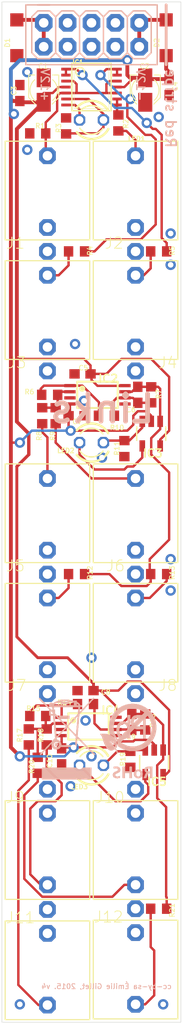
<source format=kicad_pcb>
(kicad_pcb (version 20211014) (generator pcbnew)
  (layers (0 "F.Cu" signal) (31 "B.Cu" signal) (34 "B.Paste" user) (35 "F.Paste" user) (36 "B.SilkS" user "B.Silkscreen") (37 "F.SilkS" user "F.Silkscreen") (38 "B.Mask" user) (39 "F.Mask" user) (44 "Edge.Cuts" user))
  (net 0 "")
  (net 1 "GND")
  (net 2 "VEE")
  (net 3 "VCC")
  (net 4 "N$6")
  (net 5 "N$20")
  (net 6 "N$3")
  (net 7 "N$4")
  (net 8 "N$5")
  (net 9 "N$7")
  (net 10 "N$8")
  (net 11 "N$11")
  (net 12 "N$12")
  (net 13 "N$13")
  (net 14 "N$10")
  (net 15 "N$15")
  (net 16 "N$16")
  (net 17 "N$17")
  (net 18 "N$31")
  (net 19 "N$1")
  (net 20 "N$32")
  (net 21 "N$2")
  (net 22 "N$9")
  (net 23 "N$23")
  (net 24 "N$24")
  (net 25 "N$25")
  (net 26 "N$27")
  (net 27 "N$22")
  (net 28 "N$29")
  (net 29 "N$14")
  (net 30 "N$26")
  (net 31 "N$30")
  (net 32 "N$18")
  (net 33 "N$19")
  (net 34 "N$21")
  (footprint "links_v40:C0603" (layer "F.Cu") (at 153.4324 92.54175 90)
    (fp_text reference "C6")
    (fp_text value "10p")
  )
  (footprint "links_v40:C0603" (layer "F.Cu") (at 156.7661 59.83925 90)
    (fp_text reference "C4")
    (fp_text value "100n")
  )
  (footprint "links_v40:R0603" (layer "F.Cu") (at 154.2261 127.30795 90)
    (fp_text reference "R16")
    (fp_text value "100k")
  )
  (footprint "links_v40:SOT23-5" (layer "F.Cu") (at 155.1786 131.59425 180)
    (fp_text reference "IC5")
    (fp_text value "LM321MF")
  )
  (footprint "links_v40:C0603" (layer "F.Cu") (at 145.3361 130.95925 90)
    (fp_text reference "C10")
    (fp_text value "100n")
  )
  (footprint "links_v40:R0603" (layer "F.Cu") (at 151.3686 63.64925 -90)
    (fp_text reference "R2")
    (fp_text value "51")
  )
  (footprint "links_v40:R0603" (layer "F.Cu") (at 150.0986 94.76425)
    (fp_text reference "R10")
    (fp_text value "100k")
  )
  (footprint "links_v40:R0603" (layer "F.Cu") (at 146.9236 111.59175 180)
    (fp_text reference "R12")
    (fp_text value "51")
  )
  (footprint "links_v40:C0603" (layer "F.Cu") (at 147.8761 123.97425 180)
    (fp_text reference "C8")
    (fp_text value "100n")
  )
  (footprint "links_v40:R0603" (layer "F.Cu") (at 143.7485 128.89545 90)
    (fp_text reference "R18")
    (fp_text value "100k")
  )
  (footprint "links_v40:C0603" (layer "F.Cu") (at 152.7974 127.30795 90)
    (fp_text reference "C9")
    (fp_text value "10p")
  )
  (footprint "links_v40:WQP_PJ_301M6" (layer "F.Cu") (at 143.828 152.94615 180)
    (fp_text reference "J11")
    (fp_text value "PJ301_THONKICONN6" hide)
  )
  (footprint "links_v40:WQP_PJ_301M6" (layer "F.Cu") (at 153.1943 71.58675)
    (fp_text reference "J2")
    (fp_text value "PJ301_THONKICONN6" hide)
  )
  (footprint "links_v40:R0603" (layer "F.Cu") (at 143.2724 94.76425 90)
    (fp_text reference "R8")
    (fp_text value "100k")
  )
  (footprint "links_v40:R0603" (layer "F.Cu") (at 142.7961 126.67305 180)
    (fp_text reference "R15")
    (fp_text value "33k")
  )
  (footprint "links_v40:C0603" (layer "F.Cu") (at 146.9236 94.76425 180)
    (fp_text reference "C7")
    (fp_text value "100n")
  )
  (footprint "links_v40:WQP_PJ_301M6" (layer "F.Cu") (at 153.1943 140.16675 180)
    (fp_text reference "J10")
    (fp_text value "PJ301_THONKICONN6" hide)
  )
  (footprint "links_v40:R0603" (layer "F.Cu") (at 144.0661 92.54175 180)
    (fp_text reference "R6")
    (fp_text value "100k")
  )
  (footprint "links_v40:R0603" (layer "F.Cu") (at 144.7011 94.76425 90)
    (fp_text reference "R9")
    (fp_text value "100k")
  )
  (footprint "links_v40:SOD123" (layer "F.Cu") (at 156.4486 54.60045 -90)
    (fp_text reference "D2")
    (fp_text value "1N5819HW" hide)
  )
  (footprint "links_v40:R0603" (layer "F.Cu") (at 155.6549 77.30175 180)
    (fp_text reference "R5")
    (fp_text value "51")
  )
  (footprint "links_v40:PANASONIC_A" (layer "F.Cu") (at 154.2261 60.15675 -90)
    (fp_text reference "C2")
    (fp_text value "4.7u")
  )
  (footprint "links_v40:LED3MM" (layer "F.Cu") (at 148.5111 97.62175 180)
    (fp_text reference "LED2")
    (fp_text value "WP937EGW")
  )
  (footprint "links_v40:WQP_PJ_301M6" (layer "F.Cu") (at 143.828 84.28675)
    (fp_text reference "J3")
    (fp_text value "PJ301_THONKICONN6" hide)
  )
  (footprint "links_v40:LED3MM" (layer "F.Cu") (at 148.5111 131.91175 180)
    (fp_text reference "LED3")
    (fp_text value "WP937EGW")
  )
  (footprint "links_v40:WQP_PJ_301M6" (layer "F.Cu") (at 143.8279 105.87675)
    (fp_text reference "J5")
    (fp_text value "PJ301_THONKICONN6" hide)
  )
  (footprint "links_v40:R0603" (layer "F.Cu") (at 141.8436 128.89545 90)
    (fp_text reference "R17")
    (fp_text value "100k")
  )
  (footprint "links_v40:WQP_PJ_301M6" (layer "F.Cu") (at 153.1942 118.57675)
    (fp_text reference "J8")
    (fp_text value "PJ301_THONKICONN6" hide)
  )
  (footprint "links_v40:TSSOP8" (layer "F.Cu") (at 148.1936 127.78425 -90)
    (fp_text reference "IC4")
    (fp_text value "TL072PW")
  )
  (footprint "links_v40:R0603" (layer "F.Cu") (at 155.6548 111.59175)
    (fp_text reference "R13")
    (fp_text value "51")
  )
  (footprint "links_v40:TSSOP8" (layer "F.Cu") (at 149.1461 92.54175 -90)
    (fp_text reference "IC2")
    (fp_text value "TL072PW")
  )
  (footprint "links_v40:R0603" (layer "F.Cu") (at 147.8761 125.40295)
    (fp_text reference "R14")
    (fp_text value "100k")
  )
  (footprint "links_v40:WQP_PJ_301M6" (layer "F.Cu") (at 153.1941 105.87675)
    (fp_text reference "J6")
    (fp_text value "PJ301_THONKICONN6" hide)
  )
  (footprint "links_v40:R0603" (layer "F.Cu") (at 142.7961 131.91175 90)
    (fp_text reference "R20")
    (fp_text value "100k")
  )
  (footprint "links_v40:R0603" (layer "F.Cu") (at 145.8124 63.96675 90)
    (fp_text reference "R3")
    (fp_text value "1.0k")
  )
  (footprint "links_v40:C0603" (layer "F.Cu") (at 140.8911 60.47425 90)
    (fp_text reference "C3")
    (fp_text value "100n")
  )
  (footprint "links_v40:WQP_PJ_301M6" (layer "F.Cu") (at 153.1943 84.28675)
    (fp_text reference "J4")
    (fp_text value "PJ301_THONKICONN6" hide)
  )
  (footprint "links_v40:LED3MM" (layer "F.Cu") (at 148.5111 63.33175 180)
    (fp_text reference "LED1")
    (fp_text value "WP937EGW")
  )
  (footprint "links_v40:R0603" (layer "F.Cu") (at 146.9236 77.30175 180)
    (fp_text reference "R4")
    (fp_text value "51")
  )
  (footprint "links_v40:SOT23-5" (layer "F.Cu") (at 154.8611 96.66915 180)
    (fp_text reference "IC3")
    (fp_text value "LM321MF")
  )
  (footprint "links_v40:WQP_PJ_301M6" (layer "F.Cu") (at 143.828 118.57675)
    (fp_text reference "J7")
    (fp_text value "PJ301_THONKICONN6" hide)
  )
  (footprint "links_v40:R0603" (layer "F.Cu") (at 152.6386 131.27675 -90)
    (fp_text reference "R19")
    (fp_text value "1.0k")
  )
  (footprint "links_v40:R0603" (layer "F.Cu") (at 142.7961 64.76055)
    (fp_text reference "R1")
    (fp_text value "10M")
  )
  (footprint "links_v40:WQP_PJ_301M6" (layer "F.Cu") (at 143.8279 140.16675 180)
    (fp_text reference "J9")
    (fp_text value "PJ301_THONKICONN6" hide)
  )
  (footprint "links_v40:R0603" (layer "F.Cu") (at 154.8611 92.54175 90)
    (fp_text reference "R7")
    (fp_text value "100k")
  )
  (footprint "links_v40:R0603" (layer "F.Cu") (at 155.6549 147.15175 180)
    (fp_text reference "R21")
    (fp_text value "51")
  )
  (footprint "links_v40:C0603" (layer "F.Cu") (at 147.5586 90.31925 180)
    (fp_text reference "C5")
    (fp_text value "100n")
  )
  (footprint "links_v40:TSSOP14" (layer "F.Cu") (at 148.5111 59.83925 -90)
    (fp_text reference "IC1")
    (fp_text value "OPA4171")
  )
  (footprint "links_v40:PANASONIC_A" (layer "F.Cu") (at 143.4311 60.15675 -90)
    (fp_text reference "C1")
    (fp_text value "4.7u")
  )
  (footprint "links_v40:WQP_PJ_301M6" (layer "F.Cu") (at 143.828 71.58675)
    (fp_text reference "J1")
    (fp_text value "PJ301_THONKICONN6" hide)
  )
  (footprint "links_v40:WQP_PJ_301M6" (layer "F.Cu") (at 153.1943 152.86675 180)
    (fp_text reference "J12")
    (fp_text value "PJ301_THONKICONN6" hide)
  )
  (footprint "links_v40:SOD123" (layer "F.Cu") (at 140.5736 54.60045 90)
    (fp_text reference "D1")
    (fp_text value "1N5819HW")
  )
  (footprint "links_v40:R0603" (layer "F.Cu") (at 152.0036 98.25665 -90)
    (fp_text reference "R11")
    (fp_text value "1.0k")
  )
  (footprint "links_v40:AVR_ICSP" (layer "B.Cu") (at 148.5111 54.28295 -90)
    (fp_text reference "JP1" hide)
    (fp_text value "M05X2PTH" hide)
  )
  (footprint "links_v40:ROHS" (layer "B.Cu") (at 156.2898 133.97545 180)
    (fp_text reference "U$2" hide)
    (fp_text value "" hide)
  )
  (gr_line (start 141.5261 51.10785) (end 141.5261 57.45785) (layer "B.SilkS") (width 0.1524))
  (gr_line (start 141.5261 51.10785) (end 155.4961 51.10785) (layer "B.SilkS") (width 0.1524))
  (gr_line (start 141.5261 57.45785) (end 155.4961 57.45785) (layer "B.SilkS") (width 0.1524))
  (gr_line (start 155.4961 51.10785) (end 155.4961 57.45785) (layer "B.SilkS") (width 0.1524))
  (gr_line (start 156.4486 57.45785) (end 156.4486 51.10785) (layer "B.SilkS") (width 0.3048))
  (gr_line (start 158.0161 159.21675) (end 158.0161 50.79045) (layer "Edge.Cuts") (width 0.05))
  (gr_line (start 158.0161 50.79045) (end 138.9861 50.79045) (layer "Edge.Cuts") (width 0.05))
  (gr_line (start 138.9861 50.79045) (end 138.9861 159.21675) (layer "Edge.Cuts") (width 0.05))
  (gr_line (start 138.9861 159.21675) (end 158.0161 159.21675) (layer "Edge.Cuts") (width 0.05))
  (gr_text "+12V" (at 144.0661 57.77555 -90) (layer "B.SilkS") (effects (font (size 0.8636 0.8636) (thickness 0.1524)) (justify right top mirror)))
  (gr_text "Red stripe" (at 157.5598 57.77545 -90) (layer "B.SilkS") (effects (font (size 1.0795 1.0795) (thickness 0.1905)) (justify right top mirror)))
  (gr_text "-12V" (at 154.2261 57.77555 -90) (layer "B.SilkS") (effects (font (size 0.8636 0.8636) (thickness 0.1524)) (justify right top mirror)))
  (gr_text "Links" (at 155.4962 95.71685) (layer "B.SilkS") (effects (font (size 2.89 2.89) (thickness 0.51)) (justify left bottom mirror)))
  (gr_text "cc-by-sa Émilie Gillet, 2015. v4" (at 157.0836 155.72425) (layer "B.SilkS") (effects (font (size 0.53975 0.53975) (thickness 0.09525)) (justify left bottom mirror)))
  (via (at 156.925 78.73055) (size 1.108) (drill 0.6) (layers "F.Cu" "B.Cu") (net 1))
  (via (at 140.8911 157.31175) (size 1.108) (drill 0.6) (layers "F.Cu" "B.Cu") (net 1))
  (via (at 156.9249 75.39675) (size 1.108) (drill 0.6) (layers "F.Cu" "B.Cu") (net 1))
  (via (at 149.6224 99.20925) (size 1.108) (drill 0.6) (layers "F.Cu" "B.Cu") (net 1))
  (via (at 146.7649 87.14425) (size 1.108) (drill 0.6) (layers "F.Cu" "B.Cu") (net 1))
  (via (at 148.5111 130.95925) (size 1.108) (drill 0.6) (layers "F.Cu" "B.Cu") (net 1))
  (via (at 146.2886 134.13425) (size 1.108) (drill 0.6) (layers "F.Cu" "B.Cu") (net 1))
  (via (at 148.5111 120.48175) (size 1.108) (drill 0.6) (layers "F.Cu" "B.Cu") (net 1))
  (via (at 147.8761 127.14925) (size 1.108) (drill 0.6) (layers "F.Cu" "B.Cu") (net 1))
  (via (at 141.6849 58.25175) (size 1.108) (drill 0.6) (layers "F.Cu" "B.Cu") (net 1))
  (via (at 147.7174 93.17675) (size 1.108) (drill 0.6) (layers "F.Cu" "B.Cu") (net 1))
  (via (at 156.925 113.33795) (size 1.108) (drill 0.6) (layers "F.Cu" "B.Cu") (net 1))
  (via (at 156.925 110.00425) (size 1.108) (drill 0.6) (layers "F.Cu" "B.Cu") (net 1))
  (via (at 141.6849 66.50675) (size 1.108) (drill 0.6) (layers "F.Cu" "B.Cu") (net 1))
  (via (at 156.1311 157.31175) (size 1.108) (drill 0.6) (layers "F.Cu" "B.Cu") (net 1))
  (via (at 155.6549 63.01425) (size 1.108) (drill 0.6) (layers "F.Cu" "B.Cu") (net 1))
  (segment (start 145.3361 130.10925) (end 145.3361 128.82675) (width 0.254) (layer "F.Cu") (net 2))
  (segment (start 153.4323 94.28805) (end 154.3849 94.28805) (width 0.254) (layer "F.Cu") (net 2))
  (segment (start 154.8611 94.76425) (end 154.8611 95.36315) (width 0.254) (layer "F.Cu") (net 2))
  (segment (start 139.9386 130.00675) (end 139.9386 97.62175) (width 0.4064) (layer "F.Cu") (net 2))
  (segment (start 152.9561 94.76425) (end 153.4323 94.28805) (width 0.254) (layer "F.Cu") (net 2))
  (segment (start 150.7336 130.00675) (end 151.3686 129.37175) (width 0.254) (layer "F.Cu") (net 2))
  (segment (start 152.3211 96.35175) (end 152.9561 95.71675) (width 0.254) (layer "F.Cu") (net 2))
  (segment (start 154.7023 129.21295) (end 155.1786 129.68925) (width 0.254) (layer "F.Cu") (net 2))
  (segment (start 156.7661 58.25175) (end 156.4486 57.93425) (width 0.4064) (layer "F.Cu") (net 2))
  (segment (start 140.8911 130.95925) (end 139.9386 130.00675) (width 0.4064) (layer "F.Cu") (net 2))
  (segment (start 146.6061 130.00675) (end 145.2336 130.00675) (width 0.254) (layer "F.Cu") (net 2))
  (segment (start 152.9861 58.85675) (end 152.0036 59.83925) (width 0.254) (layer "F.Cu") (net 2))
  (segment (start 154.2261 58.85675) (end 154.3586 58.98925) (width 0.4064) (layer "F.Cu") (net 2))
  (segment (start 145.2336 130.00675) (end 145.3361 130.10925) (width 0.254) (layer "F.Cu") (net 2))
  (segment (start 139.9386 63.01425) (end 140.2561 62.69675) (width 0.4064) (layer "F.Cu") (net 2))
  (segment (start 146.2886 96.35175) (end 152.3211 96.35175) (width 0.254) (layer "F.Cu") (net 2))
  (segment (start 154.3849 94.28805) (end 154.8611 94.76425) (width 0.254) (layer "F.Cu") (net 2))
  (segment (start 146.0736 94.76425) (end 146.2211 94.61675) (width 0.254) (layer "F.Cu") (net 2))
  (segment (start 145.3361 128.82675) (end 145.2686 128.75925) (width 0.254) (layer "F.Cu") (net 2))
  (segment (start 145.4386 130.00675) (end 150.7336 130.00675) (width 0.254) (layer "F.Cu") (net 2))
  (segment (start 156.7661 58.98925) (end 156.7661 58.25175) (width 0.4064) (layer "F.Cu") (net 2))
  (segment (start 155.1786 129.68925) (end 155.1786 130.28825) (width 0.254) (layer "F.Cu") (net 2))
  (segment (start 151.3686 129.37175) (end 152.9561 129.37175) (width 0.254) (layer "F.Cu") (net 2))
  (segment (start 156.4486 57.93425) (end 156.4486 56.50045) (width 0.4064) (layer "F.Cu") (net 2))
  (segment (start 153.1149 129.21295) (end 154.7023 129.21295) (width 0.254) (layer "F.Cu") (net 2))
  (segment (start 139.9386 97.62175) (end 139.9386 63.01425) (width 0.4064) (layer "F.Cu") (net 2))
  (segment (start 154.2261 58.85675) (end 152.9861 58.85675) (width 0.254) (layer "F.Cu") (net 2))
  (segment (start 152.9561 95.71675) (end 152.9561 94.76425) (width 0.254) (layer "F.Cu") (net 2))
  (segment (start 146.2886 96.35175) (end 146.0736 96.13675) (width 0.254) (layer "F.Cu") (net 2))
  (segment (start 152.3211 56.98175) (end 152.3211 58.56925) (width 0.4064) (layer "F.Cu") (net 2))
  (segment (start 152.9561 129.37175) (end 153.1149 129.21295) (width 0.254) (layer "F.Cu") (net 2))
  (segment (start 146.0736 94.76425) (end 145.7561 95.08175) (width 0.254) (layer "F.Cu") (net 2))
  (segment (start 152.6086 58.85675) (end 154.2261 58.85675) (width 0.4064) (layer "F.Cu") (net 2))
  (segment (start 154.3586 58.98925) (end 156.7661 58.98925) (width 0.4064) (layer "F.Cu") (net 2))
  (segment (start 146.0736 96.13675) (end 146.0736 94.76425) (width 0.254) (layer "F.Cu") (net 2))
  (segment (start 156.4486 56.50045) (end 155.9673 56.98175) (width 0.4064) (layer "F.Cu") (net 2))
  (segment (start 152.0036 59.83925) (end 151.2289 59.83925) (width 0.254) (layer "F.Cu") (net 2))
  (segment (start 152.3211 58.56925) (end 152.6086 58.85675) (width 0.4064) (layer "F.Cu") (net 2))
  (segment (start 146.2211 94.61675) (end 146.2211 93.51675) (width 0.254) (layer "F.Cu") (net 2))
  (segment (start 145.3361 130.10925) (end 145.4386 130.00675) (width 0.254) (layer "F.Cu") (net 2))
  (segment (start 139.9386 97.62175) (end 140.8911 97.62175) (width 0.254) (layer "F.Cu") (net 2))
  (via (at 146.6061 130.00675) (size 1.108) (drill 0.6) (layers "F.Cu" "B.Cu") (net 2))
  (via (at 152.3211 56.98175) (size 1.108) (drill 0.6) (layers "F.Cu" "B.Cu") (net 2))
  (via (at 140.8911 97.62175) (size 1.108) (drill 0.6) (layers "F.Cu" "B.Cu") (net 2))
  (via (at 140.8911 130.95925) (size 1.108) (drill 0.6) (layers "F.Cu" "B.Cu") (net 2))
  (via (at 146.2886 96.35175) (size 1.108) (drill 0.6) (layers "F.Cu" "B.Cu") (net 2))
  (via (at 140.2561 62.69675) (size 1.108) (drill 0.6) (layers "F.Cu" "B.Cu") (net 2))
  (segment (start 145.6536 130.95925) (end 146.6061 130.00675) (width 0.254) (layer "B.Cu") (net 2))
  (segment (start 139.9386 62.37925) (end 139.9386 57.93425) (width 0.4064) (layer "B.Cu") (net 2))
  (segment (start 140.8911 130.95925) (end 145.6536 130.95925) (width 0.254) (layer "B.Cu") (net 2))
  (segment (start 140.8911 97.62175) (end 142.1611 96.35175) (width 0.254) (layer "B.Cu") (net 2))
  (segment (start 140.2561 62.69675) (end 139.9386 62.37925) (width 0.4064) (layer "B.Cu") (net 2))
  (segment (start 139.9386 57.93425) (end 140.8911 56.98175) (width 0.4064) (layer "B.Cu") (net 2))
  (segment (start 142.1611 96.35175) (end 146.2886 96.35175) (width 0.254) (layer "B.Cu") (net 2))
  (segment (start 140.8911 56.98175) (end 152.3211 56.98175) (width 0.4064) (layer "B.Cu") (net 2))
  (segment (start 140.8911 61.32425) (end 140.1536 61.32425) (width 0.4064) (layer "F.Cu") (net 3))
  (segment (start 148.7261 123.23675) (end 145.9711 120.48175) (width 0.3048) (layer "F.Cu") (net 3))
  (segment (start 140.5736 118.25925) (end 140.5736 100.16175) (width 0.3048) (layer "F.Cu") (net 3))
  (segment (start 149.4636 123.97425) (end 151.1186 125.62925) (width 0.254) (layer "F.Cu") (net 3))
  (segment (start 147.7174 88.73175) (end 148.4086 89.42295) (width 0.254) (layer "F.Cu") (net 3))
  (segment (start 149.4636 123.97425) (end 151.3686 123.97425) (width 0.254) (layer "F.Cu") (net 3))
  (segment (start 153.7499 123.02175) (end 156.7661 126.03795) (width 0.254) (layer "F.Cu") (net 3))
  (segment (start 140.5736 88.73175) (end 140.5736 64.28425) (width 0.4064) (layer "F.Cu") (net 3))
  (segment (start 143.4311 60.47425) (end 144.3836 60.47425) (width 0.254) (layer "F.Cu") (net 3))
  (segment (start 151.1186 125.62925) (end 151.1186 126.80925) (width 0.254) (layer "F.Cu") (net 3))
  (segment (start 141.8436 98.89175) (end 141.8436 96.66925) (width 0.3556) (layer "F.Cu") (net 3))
  (segment (start 148.4086 89.42295) (end 148.4086 90.31925) (width 0.254) (layer "F.Cu") (net 3))
  (segment (start 141.0236 61.45675) (end 140.8911 61.32425) (width 0.4064) (layer "F.Cu") (net 3))
  (segment (start 151.6861 88.73175) (end 154.8611 88.73175) (width 0.254) (layer "F.Cu") (net 3))
  (segment (start 140.5736 100.16175) (end 141.8436 98.89175) (width 0.3302) (layer "F.Cu") (net 3))
  (segment (start 156.7661 126.03795) (end 156.7661 132.54675) (width 0.254) (layer "F.Cu") (net 3))
  (segment (start 155.8136 97.97265) (end 155.8111 97.97515) (width 0.254) (layer "F.Cu") (net 3))
  (segment (start 148.5111 90.95425) (end 149.1461 91.58925) (width 0.254) (layer "F.Cu") (net 3))
  (segment (start 140.5736 95.39925) (end 140.5736 88.73175) (width 0.4064) (layer "F.Cu") (net 3))
  (segment (start 150.0986 90.31925) (end 151.6861 88.73175) (width 0.254) (layer "F.Cu") (net 3))
  (segment (start 148.7261 123.97425) (end 148.6136 123.97425) (width 0.254) (layer "F.Cu") (net 3))
  (segment (start 140.5736 57.29925) (end 140.5736 56.50045) (width 0.4064) (layer "F.Cu") (net 3))
  (segment (start 142.7961 120.48175) (end 140.5736 118.25925) (width 0.3048) (layer "F.Cu") (net 3))
  (segment (start 143.4011 61.45675) (end 143.4311 61.45675) (width 0.4064) (layer "F.Cu") (net 3))
  (segment (start 156.4126 132.90025) (end 156.1286 132.90025) (width 0.254) (layer "F.Cu") (net 3))
  (segment (start 156.7661 96.35175) (end 155.8136 97.30425) (width 0.254) (layer "F.Cu") (net 3))
  (segment (start 148.4086 90.31925) (end 148.5111 90.42175) (width 0.254) (layer "F.Cu") (net 3))
  (segment (start 148.4086 90.31925) (end 150.0986 90.31925) (width 0.254) (layer "F.Cu") (net 3))
  (segment (start 148.7261 123.97425) (end 148.7261 123.23675) (width 0.3048) (layer "F.Cu") (net 3))
  (segment (start 140.5736 64.28425) (end 143.4011 61.45675) (width 0.4064) (layer "F.Cu") (net 3))
  (segment (start 155.8136 97.30425) (end 155.8136 97.97265) (width 0.254) (layer "F.Cu") (net 3))
  (segment (start 145.9711 120.48175) (end 142.7961 120.48175) (width 0.3048) (layer "F.Cu") (net 3))
  (segment (start 148.5111 90.42175) (end 148.5111 90.95425) (width 0.254) (layer "F.Cu") (net 3))
  (segment (start 156.7661 132.54675) (end 156.4126 132.90025) (width 0.254) (layer "F.Cu") (net 3))
  (segment (start 152.0486 91.58925) (end 152.0711 91.56675) (width 0.254) (layer "F.Cu") (net 3))
  (segment (start 151.3686 123.97425) (end 152.3211 123.02175) (width 0.254) (layer "F.Cu") (net 3))
  (segment (start 144.3836 60.47425) (end 145.0186 59.83925) (width 0.254) (layer "F.Cu") (net 3))
  (segment (start 139.9386 57.93425) (end 140.5736 57.29925) (width 0.4064) (layer "F.Cu") (net 3))
  (segment (start 141.8436 96.66925) (end 140.5736 95.39925) (width 0.381) (layer "F.Cu") (net 3))
  (segment (start 149.1461 91.58925) (end 152.0486 91.58925) (width 0.254) (layer "F.Cu") (net 3))
  (segment (start 154.8611 88.73175) (end 156.7661 90.63675) (width 0.254) (layer "F.Cu") (net 3))
  (segment (start 155.8111 97.97515) (end 155.8136 97.97765) (width 0.254) (layer "F.Cu") (net 3))
  (segment (start 143.4311 61.45675) (end 143.4311 60.47425) (width 0.254) (layer "F.Cu") (net 3))
  (segment (start 140.5736 88.73175) (end 147.7174 88.73175) (width 0.254) (layer "F.Cu") (net 3))
  (segment (start 140.1536 61.32425) (end 139.9386 61.10925) (width 0.4064) (layer "F.Cu") (net 3))
  (segment (start 145.0186 59.83925) (end 145.7933 59.83925) (width 0.254) (layer "F.Cu") (net 3))
  (segment (start 156.7661 90.63675) (end 156.7661 96.35175) (width 0.254) (layer "F.Cu") (net 3))
  (segment (start 148.7261 123.97425) (end 149.4636 123.97425) (width 0.254) (layer "F.Cu") (net 3))
  (segment (start 139.9386 61.10925) (end 139.9386 57.93425) (width 0.4064) (layer "F.Cu") (net 3))
  (segment (start 152.3211 123.02175) (end 153.7499 123.02175) (width 0.254) (layer "F.Cu") (net 3))
  (segment (start 143.4311 61.45675) (end 141.0236 61.45675) (width 0.4064) (layer "F.Cu") (net 3))
  (segment (start 143.1186 52.70045) (end 143.4311 53.01295) (width 0.4064) (layer "F.Cu") (net 4))
  (segment (start 143.4311 53.01295) (end 143.4311 55.55295) (width 0.4064) (layer "F.Cu") (net 4))
  (segment (start 140.5736 52.70045) (end 143.1186 52.70045) (width 0.4064) (layer "F.Cu") (net 4))
  (segment (start 153.5911 53.01295) (end 153.9036 52.70045) (width 0.4064) (layer "F.Cu") (net 5))
  (segment (start 153.5911 55.55295) (end 153.5911 53.01295) (width 0.4064) (layer "F.Cu") (net 5))
  (segment (start 153.9036 52.70045) (end 156.4486 52.70045) (width 0.4064) (layer "F.Cu") (net 5))
  (segment (start 145.7933 57.93425) (end 145.7933 58.56925) (width 0.254) (layer "F.Cu") (net 6))
  (segment (start 156.5049 77.30175) (end 156.5049 76.40555) (width 0.254) (layer "F.Cu") (net 6))
  (segment (start 155.9724 75.87295) (end 155.9724 64.91925) (width 0.254) (layer "F.Cu") (net 6))
  (segment (start 155.3373 64.28425) (end 155.0199 64.28425) (width 0.254) (layer "F.Cu") (net 6))
  (segment (start 155.9724 64.91925) (end 155.3373 64.28425) (width 0.254) (layer "F.Cu") (net 6))
  (segment (start 155.0199 64.28425) (end 154.3848 63.64925) (width 0.254) (layer "F.Cu") (net 6))
  (segment (start 156.5049 76.40555) (end 155.9724 75.87295) (width 0.254) (layer "F.Cu") (net 6))
  (segment (start 146.9236 57.93425) (end 145.7933 57.93425) (width 0.254) (layer "F.Cu") (net 6))
  (segment (start 147.5586 58.56925) (end 146.9236 57.93425) (width 0.254) (layer "F.Cu") (net 6))
  (via (at 147.5586 58.56925) (size 1.108) (drill 0.6) (layers "F.Cu" "B.Cu") (net 6))
  (via (at 154.3848 63.64925) (size 1.108) (drill 0.6) (layers "F.Cu" "B.Cu") (net 6))
  (segment (start 154.3848 63.64925) (end 152.7973 62.06175) (width 0.254) (layer "B.Cu") (net 6))
  (segment (start 152.7973 62.06175) (end 151.0511 62.06175) (width 0.254) (layer "B.Cu") (net 6))
  (segment (start 151.0511 62.06175) (end 147.5586 58.56925) (width 0.254) (layer "B.Cu") (net 6))
  (segment (start 151.2289 61.74425) (end 151.2289 61.10925) (width 0.254) (layer "F.Cu") (net 7))
  (segment (start 151.3686 62.79925) (end 151.2289 62.65955) (width 0.254) (layer "F.Cu") (net 7))
  (segment (start 151.2289 62.65955) (end 151.2289 61.74425) (width 0.254) (layer "F.Cu") (net 7))
  (segment (start 147.7736 77.30175) (end 148.8286 77.30175) (width 0.254) (layer "F.Cu") (net 8))
  (segment (start 150.0986 76.03175) (end 153.7498 76.03175) (width 0.254) (layer "F.Cu") (net 8))
  (segment (start 155.3374 74.44425) (end 155.3374 65.39555) (width 0.254) (layer "F.Cu") (net 8))
  (segment (start 154.2262 64.91925) (end 152.3211 63.01425) (width 0.254) (layer "F.Cu") (net 8))
  (segment (start 152.3211 61.42675) (end 152.6386 61.10925) (width 0.254) (layer "F.Cu") (net 8))
  (segment (start 153.7498 76.03175) (end 155.3374 74.44425) (width 0.254) (layer "F.Cu") (net 8))
  (segment (start 151.2289 57.93425) (end 151.2289 58.56925) (width 0.254) (layer "F.Cu") (net 8))
  (segment (start 150.0986 57.93425) (end 151.2289 57.93425) (width 0.254) (layer "F.Cu") (net 8))
  (segment (start 154.8611 64.91925) (end 154.2262 64.91925) (width 0.254) (layer "F.Cu") (net 8))
  (segment (start 149.4636 58.56925) (end 150.0986 57.93425) (width 0.254) (layer "F.Cu") (net 8))
  (segment (start 155.3374 65.39555) (end 154.8611 64.91925) (width 0.254) (layer "F.Cu") (net 8))
  (segment (start 152.3211 63.01425) (end 152.3211 61.42675) (width 0.254) (layer "F.Cu") (net 8))
  (segment (start 148.8286 77.30175) (end 150.0986 76.03175) (width 0.254) (layer "F.Cu") (net 8))
  (via (at 149.4636 58.56925) (size 1.108) (drill 0.6) (layers "F.Cu" "B.Cu") (net 8))
  (via (at 152.6386 61.10925) (size 1.108) (drill 0.6) (layers "F.Cu" "B.Cu") (net 8))
  (segment (start 152.6386 61.10925) (end 152.0036 61.10925) (width 0.254) (layer "B.Cu") (net 8))
  (segment (start 152.0036 61.10925) (end 149.4636 58.56925) (width 0.254) (layer "B.Cu") (net 8))
  (segment (start 145.7933 60.47425) (end 146.9236 60.47425) (width 0.254) (layer "F.Cu") (net 9))
  (segment (start 143.6461 63.59305) (end 144.8599 62.37925) (width 0.254) (layer "F.Cu") (net 9))
  (segment (start 146.9236 60.47425) (end 150.0986 60.47425) (width 0.254) (layer "F.Cu") (net 9))
  (segment (start 150.0986 60.47425) (end 150.0986 59.52175) (width 0.254) (layer "F.Cu") (net 9))
  (segment (start 146.6061 59.20425) (end 145.7933 59.20425) (width 0.254) (layer "F.Cu") (net 9))
  (segment (start 143.6461 66.95995) (end 143.6461 64.76055) (width 0.254) (layer "F.Cu") (net 9))
  (segment (start 144.8599 60.79175) (end 145.1774 60.47425) (width 0.254) (layer "F.Cu") (net 9))
  (segment (start 143.828 67.14175) (end 143.6461 66.95995) (width 0.254) (layer "F.Cu") (net 9))
  (segment (start 150.4161 59.20425) (end 151.2289 59.20425) (width 0.254) (layer "F.Cu") (net 9))
  (segment (start 143.6461 64.76055) (end 143.6461 63.59305) (width 0.254) (layer "F.Cu") (net 9))
  (segment (start 144.8599 62.37925) (end 144.8599 60.79175) (width 0.254) (layer "F.Cu") (net 9))
  (segment (start 150.0986 59.52175) (end 150.4161 59.20425) (width 0.254) (layer "F.Cu") (net 9))
  (segment (start 146.9236 60.47425) (end 146.9236 59.52175) (width 0.254) (layer "F.Cu") (net 9))
  (segment (start 150.0986 60.47425) (end 151.2289 60.47425) (width 0.254) (layer "F.Cu") (net 9))
  (segment (start 145.1774 60.47425) (end 145.7933 60.47425) (width 0.254) (layer "F.Cu") (net 9))
  (segment (start 146.9236 59.52175) (end 146.6061 59.20425) (width 0.254) (layer "F.Cu") (net 9))
  (segment (start 145.7933 61.74425) (end 146.7649 61.74425) (width 0.254) (layer "F.Cu") (net 10))
  (segment (start 147.2411 62.22045) (end 147.2411 63.33175) (width 0.254) (layer "F.Cu") (net 10))
  (segment (start 146.7649 61.74425) (end 147.2411 62.22045) (width 0.254) (layer "F.Cu") (net 10))
  (segment (start 153.1943 79.84175) (end 154.0674 79.84175) (width 0.254) (layer "F.Cu") (net 11))
  (segment (start 154.8049 79.10425) (end 154.8049 77.30175) (width 0.254) (layer "F.Cu") (net 11))
  (segment (start 154.0674 79.84175) (end 154.8049 79.10425) (width 0.254) (layer "F.Cu") (net 11))
  (segment (start 153.1943 65.47495) (end 152.2186 64.49925) (width 0.254) (layer "F.Cu") (net 12))
  (segment (start 152.2186 64.49925) (end 151.3686 64.49925) (width 0.254) (layer "F.Cu") (net 12))
  (segment (start 153.1943 67.14175) (end 153.1943 65.47495) (width 0.254) (layer "F.Cu") (net 12))
  (segment (start 145.0186 79.84175) (end 146.0736 78.78675) (width 0.254) (layer "F.Cu") (net 13))
  (segment (start 146.0736 78.78675) (end 146.0736 77.30175) (width 0.254) (layer "F.Cu") (net 13))
  (segment (start 143.828 79.84175) (end 145.0186 79.84175) (width 0.254) (layer "F.Cu") (net 13))
  (segment (start 144.7011 97.62175) (end 144.7011 95.61425) (width 0.254) (layer "F.Cu") (net 14))
  (segment (start 148.5111 101.43175) (end 144.7011 97.62175) (width 0.254) (layer "F.Cu") (net 14))
  (segment (start 148.5111 101.43175) (end 153.1941 101.43175) (width 0.254) (layer "F.Cu") (net 14))
  (segment (start 143.8279 97.06605) (end 143.2724 96.51055) (width 0.254) (layer "F.Cu") (net 15))
  (segment (start 143.8279 101.43175) (end 143.8279 97.06605) (width 0.254) (layer "F.Cu") (net 15))
  (segment (start 143.2724 96.51055) (end 143.2724 95.61425) (width 0.254) (layer "F.Cu") (net 15))
  (segment (start 145.0186 114.13175) (end 146.0736 113.07675) (width 0.254) (layer "F.Cu") (net 16))
  (segment (start 146.0736 113.07675) (end 146.0736 111.59175) (width 0.254) (layer "F.Cu") (net 16))
  (segment (start 143.828 114.13175) (end 145.0186 114.13175) (width 0.254) (layer "F.Cu") (net 16))
  (segment (start 156.5048 112.32925) (end 156.5048 111.59175) (width 0.254) (layer "F.Cu") (net 17))
  (segment (start 153.1942 114.13175) (end 154.7023 114.13175) (width 0.254) (layer "F.Cu") (net 17))
  (segment (start 154.7023 114.13175) (end 156.5048 112.32925) (width 0.254) (layer "F.Cu") (net 17))
  (segment (start 144.7011 93.91425) (end 144.9161 93.69925) (width 0.254) (layer "F.Cu") (net 18))
  (segment (start 144.9161 93.69925) (end 144.9161 92.54175) (width 0.254) (layer "F.Cu") (net 18))
  (segment (start 145.2411 92.21675) (end 146.2211 92.21675) (width 0.254) (layer "F.Cu") (net 18))
  (segment (start 143.2724 93.91425) (end 144.7011 93.91425) (width 0.254) (layer "F.Cu") (net 18))
  (segment (start 144.9161 92.54175) (end 145.2411 92.21675) (width 0.254) (layer "F.Cu") (net 18))
  (segment (start 144.9161 92.54175) (end 144.9236 92.53425) (width 0.254) (layer "F.Cu") (net 18))
  (segment (start 149.3049 94.70795) (end 149.2486 94.76425) (width 0.254) (layer "F.Cu") (net 19))
  (segment (start 143.4536 91.56675) (end 146.2211 91.56675) (width 0.254) (layer "F.Cu") (net 19))
  (segment (start 143.1136 91.90675) (end 143.4536 91.56675) (width 0.254) (layer "F.Cu") (net 19))
  (segment (start 147.5362 91.56675) (end 149.3049 93.33545) (width 0.254) (layer "F.Cu") (net 19))
  (segment (start 149.3049 93.33545) (end 149.3049 94.70795) (width 0.254) (layer "F.Cu") (net 19))
  (segment (start 146.9236 91.56675) (end 147.5362 91.56675) (width 0.254) (layer "F.Cu") (net 19))
  (segment (start 143.1136 92.00925) (end 143.1136 91.90675) (width 0.254) (layer "F.Cu") (net 19))
  (segment (start 143.4311 92.32675) (end 143.1136 92.00925) (width 0.254) (layer "F.Cu") (net 19))
  (segment (start 143.2161 92.54175) (end 143.4311 92.32675) (width 0.254) (layer "F.Cu") (net 19))
  (segment (start 146.2211 91.56675) (end 146.9236 91.56675) (width 0.254) (layer "F.Cu") (net 19))
  (segment (start 151.2024 92.86675) (end 152.0711 92.86675) (width 0.254) (layer "F.Cu") (net 20))
  (segment (start 152.0711 92.86675) (end 152.9074 92.86675) (width 0.254) (layer "F.Cu") (net 20))
  (segment (start 150.9486 94.76425) (end 150.8924 94.70805) (width 0.254) (layer "F.Cu") (net 20))
  (segment (start 150.8924 94.70805) (end 150.8924 93.17675) (width 0.254) (layer "F.Cu") (net 20))
  (segment (start 152.9074 92.86675) (end 153.4324 93.39175) (width 0.254) (layer "F.Cu") (net 20))
  (segment (start 153.4324 93.39175) (end 154.8611 93.39175) (width 0.254) (layer "F.Cu") (net 20))
  (segment (start 150.8924 93.17675) (end 151.2024 92.86675) (width 0.254) (layer "F.Cu") (net 20))
  (segment (start 140.7324 134.61045) (end 141.8436 133.49925) (width 0.254) (layer "F.Cu") (net 21))
  (segment (start 142.8755 157.39115) (end 140.7324 155.24805) (width 0.254) (layer "F.Cu") (net 21))
  (segment (start 140.7324 155.24805) (end 140.7324 134.61045) (width 0.254) (layer "F.Cu") (net 21))
  (segment (start 143.828 157.39115) (end 142.8755 157.39115) (width 0.254) (layer "F.Cu") (net 21))
  (segment (start 141.8436 133.49925) (end 141.8436 129.74545) (width 0.254) (layer "F.Cu") (net 21))
  (segment (start 141.3674 143.97675) (end 141.3674 135.08675) (width 0.254) (layer "F.Cu") (net 22))
  (segment (start 141.3674 135.08675) (end 142.7961 133.65805) (width 0.254) (layer "F.Cu") (net 22))
  (segment (start 143.2723 145.88175) (end 150.7336 145.88175) (width 0.254) (layer "F.Cu") (net 22))
  (segment (start 142.7961 133.65805) (end 142.7961 132.76175) (width 0.254) (layer "F.Cu") (net 22))
  (segment (start 150.7336 145.88175) (end 152.0036 144.61175) (width 0.254) (layer "F.Cu") (net 22))
  (segment (start 152.0036 144.61175) (end 153.1943 144.61175) (width 0.254) (layer "F.Cu") (net 22))
  (segment (start 143.2723 145.88175) (end 141.3674 143.97675) (width 0.254) (layer "F.Cu") (net 22))
  (segment (start 155.1786 151.59675) (end 154.8049 151.22305) (width 0.254) (layer "F.Cu") (net 23))
  (segment (start 155.1786 156.35925) (end 155.1786 151.59675) (width 0.254) (layer "F.Cu") (net 23))
  (segment (start 154.2261 157.31175) (end 155.1786 156.35925) (width 0.254) (layer "F.Cu") (net 23))
  (segment (start 153.1943 157.31175) (end 154.2261 157.31175) (width 0.254) (layer "F.Cu") (net 23))
  (segment (start 154.8049 151.22305) (end 154.8049 147.15175) (width 0.254) (layer "F.Cu") (net 23))
  (segment (start 142.7961 128.04555) (end 142.796 128.04545) (width 0.254) (layer "F.Cu") (net 24))
  (segment (start 142.796 128.04545) (end 141.8436 128.04545) (width 0.254) (layer "F.Cu") (net 24))
  (segment (start 143.7485 128.04545) (end 143.8049 128.04545) (width 0.254) (layer "F.Cu") (net 24))
  (segment (start 143.8049 128.04545) (end 144.3836 127.46675) (width 0.254) (layer "F.Cu") (net 24))
  (segment (start 142.7961 131.06175) (end 142.7961 128.04555) (width 0.254) (layer "F.Cu") (net 24))
  (segment (start 145.2611 127.46675) (end 145.2686 127.45925) (width 0.254) (layer "F.Cu") (net 24))
  (segment (start 143.7485 128.04545) (end 144.0172 127.77675) (width 0.254) (layer "F.Cu") (net 24))
  (segment (start 143.6461 127.94305) (end 143.6461 126.67305) (width 0.254) (layer "F.Cu") (net 24))
  (segment (start 144.3836 127.46675) (end 145.2611 127.46675) (width 0.254) (layer "F.Cu") (net 24))
  (segment (start 142.796 128.04545) (end 143.7485 128.04545) (width 0.254) (layer "F.Cu") (net 24))
  (segment (start 143.7485 128.04545) (end 143.6461 127.94305) (width 0.254) (layer "F.Cu") (net 24))
  (segment (start 142.0024 126.19675) (end 142.6374 125.56175) (width 0.254) (layer "F.Cu") (net 25))
  (segment (start 141.9461 126.67305) (end 142.0024 126.61675) (width 0.254) (layer "F.Cu") (net 25))
  (segment (start 145.3361 125.56175) (end 145.9711 125.56175) (width 0.254) (layer "F.Cu") (net 25))
  (segment (start 145.3361 125.56175) (end 145.3361 126.74175) (width 0.254) (layer "F.Cu") (net 25))
  (segment (start 142.0024 126.61675) (end 142.0024 126.19675) (width 0.254) (layer "F.Cu") (net 25))
  (segment (start 146.1299 125.40295) (end 147.0261 125.40295) (width 0.254) (layer "F.Cu") (net 25))
  (segment (start 145.3361 126.74175) (end 145.2686 126.80925) (width 0.254) (layer "F.Cu") (net 25))
  (segment (start 142.6374 125.56175) (end 145.3361 125.56175) (width 0.254) (layer "F.Cu") (net 25))
  (segment (start 145.9711 125.56175) (end 146.1299 125.40295) (width 0.254) (layer "F.Cu") (net 25))
  (segment (start 148.8286 127.46675) (end 149.4711 128.10925) (width 0.254) (layer "F.Cu") (net 26))
  (segment (start 148.8286 125.50545) (end 148.7261 125.40295) (width 0.254) (layer "F.Cu") (net 26))
  (segment (start 152.7487 128.10925) (end 152.7974 128.15795) (width 0.254) (layer "F.Cu") (net 26))
  (segment (start 151.1186 128.10925) (end 152.7487 128.10925) (width 0.254) (layer "F.Cu") (net 26))
  (segment (start 149.4711 128.10925) (end 151.1186 128.10925) (width 0.254) (layer "F.Cu") (net 26))
  (segment (start 152.7974 128.15795) (end 154.2261 128.15795) (width 0.254) (layer "F.Cu") (net 26))
  (segment (start 148.8286 127.46675) (end 148.8286 125.50545) (width 0.254) (layer "F.Cu") (net 26))
  (segment (start 143.7485 132.22915) (end 143.7485 129.74545) (width 0.254) (layer "F.Cu") (net 27))
  (segment (start 142.7961 135.72175) (end 144.7011 135.72175) (width 0.254) (layer "F.Cu") (net 27))
  (segment (start 144.7011 135.72175) (end 145.3361 135.08675) (width 0.254) (layer "F.Cu") (net 27))
  (segment (start 145.3361 135.08675) (end 145.3361 133.81675) (width 0.254) (layer "F.Cu") (net 27))
  (segment (start 142.0024 136.51545) (end 142.7961 135.72175) (width 0.254) (layer "F.Cu") (net 27))
  (segment (start 143.8279 144.61175) (end 143.1136 144.61175) (width 0.254) (layer "F.Cu") (net 27))
  (segment (start 145.3361 133.81675) (end 143.7485 132.22915) (width 0.254) (layer "F.Cu") (net 27))
  (segment (start 143.1136 144.61175) (end 142.0024 143.50055) (width 0.254) (layer "F.Cu") (net 27))
  (segment (start 142.0024 143.50055) (end 142.0024 136.51545) (width 0.254) (layer "F.Cu") (net 27))
  (segment (start 149.9962 97.40665) (end 152.0036 97.40665) (width 0.254) (layer "F.Cu") (net 28))
  (segment (start 152.0036 97.40665) (end 152.5362 97.40665) (width 0.254) (layer "F.Cu") (net 28))
  (segment (start 149.7811 97.62175) (end 149.9962 97.40665) (width 0.254) (layer "F.Cu") (net 28))
  (segment (start 152.5362 97.40665) (end 153.9111 96.03175) (width 0.254) (layer "F.Cu") (net 28))
  (segment (start 153.9111 96.03175) (end 153.9111 95.36315) (width 0.254) (layer "F.Cu") (net 28))
  (segment (start 152.9561 100.16175) (end 153.9111 99.20675) (width 0.254) (layer "F.Cu") (net 29))
  (segment (start 147.2411 98.89175) (end 147.2411 97.62175) (width 0.254) (layer "F.Cu") (net 29))
  (segment (start 148.8286 100.47925) (end 152.0036 100.47925) (width 0.254) (layer "F.Cu") (net 29))
  (segment (start 152.3211 100.16175) (end 152.9561 100.16175) (width 0.254) (layer "F.Cu") (net 29))
  (segment (start 152.0036 100.47925) (end 152.3211 100.16175) (width 0.254) (layer "F.Cu") (net 29))
  (segment (start 148.8286 100.47925) (end 147.2411 98.89175) (width 0.254) (layer "F.Cu") (net 29))
  (segment (start 153.9111 99.20675) (end 153.9111 97.97515) (width 0.254) (layer "F.Cu") (net 29))
  (segment (start 154.7023 110.00425) (end 156.7661 107.94045) (width 0.254) (layer "F.Cu") (net 30))
  (segment (start 154.8048 111.59175) (end 154.7023 111.48925) (width 0.254) (layer "F.Cu") (net 30))
  (segment (start 156.7661 100.79675) (end 154.8611 98.89175) (width 0.254) (layer "F.Cu") (net 30))
  (segment (start 147.7736 111.59175) (end 150.4161 111.59175) (width 0.254) (layer "F.Cu") (net 30))
  (segment (start 154.8611 97.14545) (end 155.8136 96.19295) (width 0.254) (layer "F.Cu") (net 30))
  (segment (start 155.8472 95.39925) (end 155.8111 95.36315) (width 0.254) (layer "F.Cu") (net 30))
  (segment (start 154.8611 91.69175) (end 153.4324 91.69175) (width 0.254) (layer "F.Cu") (net 30))
  (segment (start 154.8611 98.89175) (end 154.8611 97.14545) (width 0.254) (layer "F.Cu") (net 30))
  (segment (start 153.3299 91.69175) (end 152.7974 92.22425) (width 0.254) (layer "F.Cu") (net 30))
  (segment (start 155.8136 96.19295) (end 155.8136 95.43285) (width 0.254) (layer "F.Cu") (net 30))
  (segment (start 156.7661 107.94045) (end 156.7661 100.79675) (width 0.254) (layer "F.Cu") (net 30))
  (segment (start 154.7023 111.48925) (end 154.7023 110.00425) (width 0.254) (layer "F.Cu") (net 30))
  (segment (start 152.7974 92.22425) (end 152.7974 92.21675) (width 0.254) (layer "F.Cu") (net 30))
  (segment (start 153.4324 91.69175) (end 153.3299 91.69175) (width 0.254) (layer "F.Cu") (net 30))
  (segment (start 155.5986 91.69175) (end 154.8611 91.69175) (width 0.254) (layer "F.Cu") (net 30))
  (segment (start 152.7974 92.21675) (end 152.0711 92.21675) (width 0.254) (layer "F.Cu") (net 30))
  (segment (start 154.3849 112.86175) (end 154.8048 112.44175) (width 0.254) (layer "F.Cu") (net 30))
  (segment (start 150.4161 111.59175) (end 151.6861 112.86175) (width 0.254) (layer "F.Cu") (net 30))
  (segment (start 155.8136 95.43285) (end 155.8472 95.39925) (width 0.254) (layer "F.Cu") (net 30))
  (segment (start 151.6861 112.86175) (end 154.3849 112.86175) (width 0.254) (layer "F.Cu") (net 30))
  (segment (start 154.8048 112.44175) (end 154.8048 111.59175) (width 0.254) (layer "F.Cu") (net 30))
  (segment (start 155.8111 95.36315) (end 155.8111 91.90425) (width 0.254) (layer "F.Cu") (net 30))
  (segment (start 155.8111 91.90425) (end 155.5986 91.69175) (width 0.254) (layer "F.Cu") (net 30))
  (segment (start 151.0511 135.72175) (end 153.7499 135.72175) (width 0.254) (layer "F.Cu") (net 31))
  (segment (start 153.7499 135.72175) (end 154.5436 134.92795) (width 0.254) (layer "F.Cu") (net 31))
  (segment (start 154.2286 133.66045) (end 154.2286 132.90025) (width 0.254) (layer "F.Cu") (net 31))
  (segment (start 147.2411 131.91175) (end 151.0511 135.72175) (width 0.254) (layer "F.Cu") (net 31))
  (segment (start 154.5436 133.97555) (end 154.2286 133.66045) (width 0.254) (layer "F.Cu") (net 31))
  (segment (start 154.2286 132.90025) (end 154.1926 132.86425) (width 0.254) (layer "F.Cu") (net 31))
  (segment (start 154.5436 134.92795) (end 154.5436 133.97555) (width 0.254) (layer "F.Cu") (net 31))
  (segment (start 154.9636 126.45795) (end 154.2261 126.45795) (width 0.254) (layer "F.Cu") (net 32))
  (segment (start 152.7974 126.45795) (end 151.7961 127.45925) (width 0.254) (layer "F.Cu") (net 32))
  (segment (start 155.4961 131.91175) (end 156.1286 131.27925) (width 0.254) (layer "F.Cu") (net 32))
  (segment (start 156.5049 147.15175) (end 156.5049 145.93805) (width 0.254) (layer "F.Cu") (net 32))
  (segment (start 156.1286 130.28825) (end 156.1286 127.62295) (width 0.254) (layer "F.Cu") (net 32))
  (segment (start 156.1286 127.62295) (end 154.9636 126.45795) (width 0.254) (layer "F.Cu") (net 32))
  (segment (start 151.7961 127.45925) (end 151.1186 127.45925) (width 0.254) (layer "F.Cu") (net 32))
  (segment (start 154.2261 126.45795) (end 152.7974 126.45795) (width 0.254) (layer "F.Cu") (net 32))
  (segment (start 155.4961 135.40425) (end 155.4961 131.91175) (width 0.254) (layer "F.Cu") (net 32))
  (segment (start 156.4486 145.88175) (end 156.4486 136.35675) (width 0.254) (layer "F.Cu") (net 32))
  (segment (start 156.1286 131.27925) (end 156.1286 130.28825) (width 0.254) (layer "F.Cu") (net 32))
  (segment (start 156.5049 145.93805) (end 156.4486 145.88175) (width 0.254) (layer "F.Cu") (net 32))
  (segment (start 156.4486 136.35675) (end 155.4961 135.40425) (width 0.254) (layer "F.Cu") (net 32))
  (segment (start 152.6386 130.42675) (end 152.7771 130.28825) (width 0.254) (layer "F.Cu") (net 33))
  (segment (start 151.2661 130.42675) (end 152.6386 130.42675) (width 0.254) (layer "F.Cu") (net 33))
  (segment (start 152.7771 130.28825) (end 154.2286 130.28825) (width 0.254) (layer "F.Cu") (net 33))
  (segment (start 149.7811 131.91175) (end 151.2661 130.42675) (width 0.254) (layer "F.Cu") (net 33))
  (segment (start 154.2286 130.28825) (end 154.0496 130.10925) (width 0.254) (layer "F.Cu") (net 33))
  (segment (start 149.7811 64.12545) (end 149.7811 63.33175) (width 0.254) (layer "F.Cu") (net 34))
  (segment (start 148.1936 61.10925) (end 145.7933 61.10925) (width 0.254) (layer "F.Cu") (net 34))
  (segment (start 149.7811 63.33175) (end 149.7811 62.69675) (width 0.254) (layer "F.Cu") (net 34))
  (segment (start 145.8687 64.76045) (end 149.1461 64.76045) (width 0.254) (layer "F.Cu") (net 34))
  (segment (start 149.1461 64.76045) (end 149.7811 64.12545) (width 0.254) (layer "F.Cu") (net 34))
  (segment (start 149.7811 62.69675) (end 148.1936 61.10925) (width 0.254) (layer "F.Cu") (net 34))
  (segment (start 145.8124 64.81675) (end 145.8687 64.76045) (width 0.254) (layer "F.Cu") (net 34))
)
</source>
